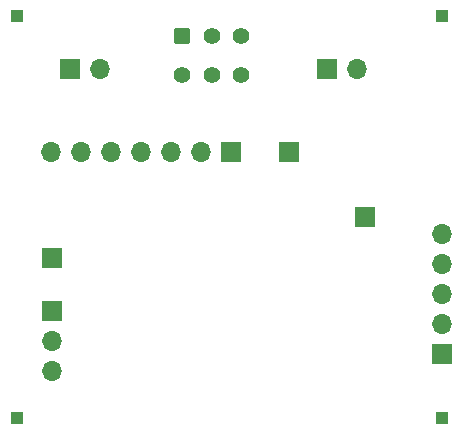
<source format=gbr>
G04 #@! TF.GenerationSoftware,KiCad,Pcbnew,8.0.01-1-dev-1e03266dfe*
G04 #@! TF.CreationDate,2024-03-02T01:32:54-08:00*
G04 #@! TF.ProjectId,adpd1080_breakoutboard,61647064-3130-4383-905f-627265616b6f,rev?*
G04 #@! TF.SameCoordinates,Original*
G04 #@! TF.FileFunction,Soldermask,Bot*
G04 #@! TF.FilePolarity,Negative*
%FSLAX46Y46*%
G04 Gerber Fmt 4.6, Leading zero omitted, Abs format (unit mm)*
G04 Created by KiCad (PCBNEW 8.0.01-1-dev-1e03266dfe) date 2024-03-02 01:32:54*
%MOMM*%
%LPD*%
G01*
G04 APERTURE LIST*
G04 Aperture macros list*
%AMRoundRect*
0 Rectangle with rounded corners*
0 $1 Rounding radius*
0 $2 $3 $4 $5 $6 $7 $8 $9 X,Y pos of 4 corners*
0 Add a 4 corners polygon primitive as box body*
4,1,4,$2,$3,$4,$5,$6,$7,$8,$9,$2,$3,0*
0 Add four circle primitives for the rounded corners*
1,1,$1+$1,$2,$3*
1,1,$1+$1,$4,$5*
1,1,$1+$1,$6,$7*
1,1,$1+$1,$8,$9*
0 Add four rect primitives between the rounded corners*
20,1,$1+$1,$2,$3,$4,$5,0*
20,1,$1+$1,$4,$5,$6,$7,0*
20,1,$1+$1,$6,$7,$8,$9,0*
20,1,$1+$1,$8,$9,$2,$3,0*%
G04 Aperture macros list end*
%ADD10R,1.700000X1.700000*%
%ADD11R,1.000000X1.000000*%
%ADD12O,1.700000X1.700000*%
%ADD13RoundRect,0.250000X-0.450000X-0.450000X0.450000X-0.450000X0.450000X0.450000X-0.450000X0.450000X0*%
%ADD14C,1.400000*%
G04 APERTURE END LIST*
D10*
X52500000Y-39500000D03*
D11*
X59000000Y-22500000D03*
D10*
X59000000Y-51120000D03*
D12*
X59000000Y-48580000D03*
X59000000Y-46040000D03*
X59000000Y-43500000D03*
X59000000Y-40960000D03*
D10*
X46000000Y-34000000D03*
D13*
X37000000Y-24200000D03*
D14*
X39500000Y-24200000D03*
X42000000Y-24200000D03*
X42000000Y-27500000D03*
X39500000Y-27500000D03*
X37000000Y-27500000D03*
D10*
X26000000Y-47475000D03*
D12*
X26000000Y-50015000D03*
X26000000Y-52555000D03*
D10*
X41125000Y-34000000D03*
D12*
X38585000Y-34000000D03*
X36045000Y-34000000D03*
X33505000Y-34000000D03*
X30965000Y-34000000D03*
X28425000Y-34000000D03*
X25885000Y-34000000D03*
D11*
X23000000Y-56500000D03*
X59000000Y-56500000D03*
D10*
X26000000Y-43000000D03*
X49225000Y-27000000D03*
D12*
X51765000Y-27000000D03*
D11*
X23000000Y-22500000D03*
D10*
X27450000Y-27000000D03*
D12*
X29990000Y-27000000D03*
M02*

</source>
